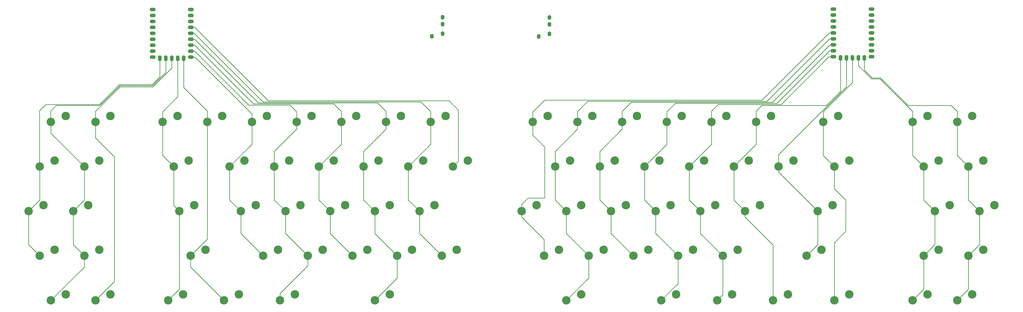
<source format=gbr>
G04 #@! TF.GenerationSoftware,KiCad,Pcbnew,8.0.1*
G04 #@! TF.CreationDate,2024-04-01T00:03:47+00:00*
G04 #@! TF.ProjectId,SplitSync,53706c69-7453-4796-9e63-2e6b69636164,rev?*
G04 #@! TF.SameCoordinates,Original*
G04 #@! TF.FileFunction,Copper,L1,Top*
G04 #@! TF.FilePolarity,Positive*
%FSLAX46Y46*%
G04 Gerber Fmt 4.6, Leading zero omitted, Abs format (unit mm)*
G04 Created by KiCad (PCBNEW 8.0.1) date 2024-04-01 00:03:47*
%MOMM*%
%LPD*%
G01*
G04 APERTURE LIST*
G04 #@! TA.AperFunction,ComponentPad*
%ADD10C,3.600000*%
G04 #@! TD*
G04 #@! TA.AperFunction,ComponentPad*
%ADD11O,1.600000X2.000000*%
G04 #@! TD*
G04 #@! TA.AperFunction,ComponentPad*
%ADD12O,2.500000X1.500000*%
G04 #@! TD*
G04 #@! TA.AperFunction,ComponentPad*
%ADD13O,1.500000X2.500000*%
G04 #@! TD*
G04 #@! TA.AperFunction,Conductor*
%ADD14C,0.250000*%
G04 #@! TD*
G04 APERTURE END LIST*
D10*
X427706250Y-152300000D03*
X434056250Y-149760000D03*
X438818750Y-225960000D03*
X432468750Y-228500000D03*
X412625000Y-225960000D03*
X406275000Y-228500000D03*
X388812500Y-225960000D03*
X382462500Y-228500000D03*
X365000000Y-225960000D03*
X358650000Y-228500000D03*
X324518750Y-225960000D03*
X318168750Y-228500000D03*
X242856500Y-225960000D03*
X236506500Y-228500000D03*
X202375250Y-225960000D03*
X196025250Y-228500000D03*
X178562750Y-225960000D03*
X172212750Y-228500000D03*
X154750250Y-225960000D03*
X148400250Y-228500000D03*
X426912500Y-206910000D03*
X420562500Y-209450000D03*
X164275250Y-206910000D03*
X157925250Y-209450000D03*
X431675000Y-187860000D03*
X425325000Y-190400000D03*
X159512750Y-187860000D03*
X153162750Y-190400000D03*
X438818750Y-168810000D03*
X432468750Y-171350000D03*
X157131500Y-168810000D03*
X150781500Y-171350000D03*
X491206250Y-225960000D03*
X484856250Y-228500000D03*
X472156250Y-225960000D03*
X465806250Y-228500000D03*
X123794000Y-225960000D03*
X117444000Y-228500000D03*
X104744000Y-225960000D03*
X98394000Y-228500000D03*
X495968750Y-206910000D03*
X489618750Y-209450000D03*
X476918750Y-206910000D03*
X470568750Y-209450000D03*
X391193750Y-206910000D03*
X384843750Y-209450000D03*
X372143750Y-206910000D03*
X365793750Y-209450000D03*
X353093750Y-206910000D03*
X346743750Y-209450000D03*
X334043750Y-206910000D03*
X327693750Y-209450000D03*
X314993750Y-206910000D03*
X308643750Y-209450000D03*
X271431500Y-206910000D03*
X265081500Y-209450000D03*
X252381500Y-206910000D03*
X246031500Y-209450000D03*
X233331500Y-206910000D03*
X226981500Y-209450000D03*
X214281500Y-206910000D03*
X207931500Y-209450000D03*
X195231500Y-206910000D03*
X188881500Y-209450000D03*
X119031500Y-206910000D03*
X112681500Y-209450000D03*
X99981500Y-206910000D03*
X93631500Y-209450000D03*
X500731250Y-187860000D03*
X494381250Y-190400000D03*
X481681250Y-187860000D03*
X475331250Y-190400000D03*
X400718750Y-187860000D03*
X394368750Y-190400000D03*
X381668750Y-187860000D03*
X375318750Y-190400000D03*
X362618750Y-187860000D03*
X356268750Y-190400000D03*
X343568750Y-187860000D03*
X337218750Y-190400000D03*
X324518750Y-187860000D03*
X318168750Y-190400000D03*
X305468750Y-187860000D03*
X299118750Y-190400000D03*
X261906500Y-187860000D03*
X255556500Y-190400000D03*
X242856500Y-187860000D03*
X236506500Y-190400000D03*
X223806500Y-187860000D03*
X217456500Y-190400000D03*
X204756500Y-187860000D03*
X198406500Y-190400000D03*
X185706500Y-187860000D03*
X179356500Y-190400000D03*
X114269000Y-187860000D03*
X107919000Y-190400000D03*
X95219000Y-187860000D03*
X88869000Y-190400000D03*
X495968750Y-168810000D03*
X489618750Y-171350000D03*
X476918750Y-168810000D03*
X470568750Y-171350000D03*
X415006250Y-168810000D03*
X408656250Y-171350000D03*
X395956250Y-168810000D03*
X389606250Y-171350000D03*
X376906250Y-168810000D03*
X370556250Y-171350000D03*
X357856250Y-168810000D03*
X351506250Y-171350000D03*
X338806250Y-168810000D03*
X332456250Y-171350000D03*
X319756250Y-168810000D03*
X313406250Y-171350000D03*
X276194000Y-168810000D03*
X269844000Y-171350000D03*
X257144000Y-168810000D03*
X250794000Y-171350000D03*
X238094000Y-168810000D03*
X231744000Y-171350000D03*
X219044000Y-168810000D03*
X212694000Y-171350000D03*
X199994000Y-168810000D03*
X193644000Y-171350000D03*
X180944000Y-168810000D03*
X174594000Y-171350000D03*
X119031500Y-168810000D03*
X112681500Y-171350000D03*
X99981500Y-168810000D03*
X93631500Y-171350000D03*
X491206250Y-149760000D03*
X484856250Y-152300000D03*
X472156250Y-149760000D03*
X465806250Y-152300000D03*
X405481250Y-149760000D03*
X399131250Y-152300000D03*
X386431250Y-149760000D03*
X380081250Y-152300000D03*
X367381250Y-149760000D03*
X361031250Y-152300000D03*
X348331250Y-149760000D03*
X341981250Y-152300000D03*
X329281250Y-149760000D03*
X322931250Y-152300000D03*
X310231250Y-149760000D03*
X303881250Y-152300000D03*
X266669000Y-149760000D03*
X260319000Y-152300000D03*
X247619000Y-149760000D03*
X241269000Y-152300000D03*
X228569000Y-149760000D03*
X222219000Y-152300000D03*
X209519000Y-149760000D03*
X203169000Y-152300000D03*
X190469000Y-149760000D03*
X184119000Y-152300000D03*
X171419000Y-149760000D03*
X165069000Y-152300000D03*
X152369000Y-149760000D03*
X146019000Y-152300000D03*
X123794000Y-149760000D03*
X117444000Y-152300000D03*
X104744000Y-149760000D03*
X98394000Y-152300000D03*
D11*
X310976938Y-107652500D03*
X310976938Y-110652500D03*
X310976938Y-114652500D03*
X306376938Y-115752500D03*
X265417446Y-107565000D03*
X265417446Y-110565000D03*
X265417446Y-114565000D03*
X260817446Y-115665000D03*
D12*
X432032696Y-104131069D03*
X432032696Y-106671069D03*
X432032696Y-109211069D03*
X432032696Y-111751069D03*
X432032696Y-114291069D03*
X432032696Y-116831069D03*
X432032696Y-119371069D03*
X432032696Y-121911069D03*
X432032696Y-124451069D03*
D13*
X435072696Y-124951069D03*
X437612696Y-124951069D03*
X440152696Y-124951069D03*
X442692696Y-124951069D03*
X445232696Y-124951069D03*
D12*
X448272696Y-124451069D03*
X448272696Y-121911069D03*
X448272696Y-119371069D03*
X448272696Y-116831069D03*
X448272696Y-114291069D03*
X448272696Y-111751069D03*
X448272696Y-109211069D03*
X448272696Y-106671069D03*
X448272696Y-104131069D03*
X158049000Y-104291069D03*
X158049000Y-106831069D03*
X158049000Y-109371069D03*
X158049000Y-111911069D03*
X158049000Y-114451069D03*
X158049000Y-116991069D03*
X158049000Y-119531069D03*
X158049000Y-122071069D03*
X158049000Y-124611069D03*
D13*
X155009000Y-125111069D03*
X152469000Y-125111069D03*
X149929000Y-125111069D03*
X147389000Y-125111069D03*
X144849000Y-125111069D03*
D12*
X141809000Y-124611069D03*
X141809000Y-122071069D03*
X141809000Y-119531069D03*
X141809000Y-116991069D03*
X141809000Y-114451069D03*
X141809000Y-111911069D03*
X141809000Y-109371069D03*
X141809000Y-106831069D03*
X141809000Y-104291069D03*
D14*
X380081250Y-147662515D02*
X382942696Y-144801069D01*
X222219000Y-147777373D02*
X219042696Y-144601069D01*
X203169000Y-147927373D02*
X200292696Y-145051069D01*
X399131250Y-147612515D02*
X401492696Y-145251069D01*
X93492696Y-147451069D02*
X96142696Y-144801069D01*
X98292696Y-147651069D02*
X100692696Y-145251069D01*
X484856250Y-147814623D02*
X482292696Y-145251069D01*
X452129092Y-133451069D02*
X448510894Y-133451069D01*
X451942696Y-133901069D02*
X448324498Y-133901069D01*
X394368750Y-190400000D02*
X394368750Y-192945584D01*
X299118750Y-190400000D02*
X299118750Y-192945584D01*
X203169000Y-152300000D02*
X203169000Y-155337767D01*
X150781500Y-188018750D02*
X153162750Y-190400000D01*
X432468750Y-203887500D02*
X432468750Y-228500000D01*
X437316250Y-185640000D02*
X437316250Y-199040000D01*
X432468750Y-180792500D02*
X437316250Y-185640000D01*
X432468750Y-171350000D02*
X432468750Y-180792500D01*
X437316250Y-199040000D02*
X432468750Y-203887500D01*
X430432696Y-121911069D02*
X432532696Y-121911069D01*
X364592696Y-144351069D02*
X407992696Y-144351069D01*
X361031250Y-147912515D02*
X364592696Y-144351069D01*
X361031250Y-152300000D02*
X361031250Y-147912515D01*
X407992696Y-144351069D02*
X430432696Y-121911069D01*
X430572696Y-119371069D02*
X432532696Y-119371069D01*
X345842696Y-143901069D02*
X406042696Y-143901069D01*
X406042696Y-143901069D02*
X430572696Y-119371069D01*
X341981250Y-147762515D02*
X345842696Y-143901069D01*
X341981250Y-152300000D02*
X341981250Y-147762515D01*
X403692696Y-143451069D02*
X430312696Y-116831069D01*
X430312696Y-116831069D02*
X432532696Y-116831069D01*
X322931250Y-147812515D02*
X327292696Y-143451069D01*
X322931250Y-152300000D02*
X322931250Y-147812515D01*
X327292696Y-143451069D02*
X403692696Y-143451069D01*
X430252696Y-114291069D02*
X432532696Y-114291069D01*
X401542696Y-143001069D02*
X430252696Y-114291069D01*
X308942696Y-143001069D02*
X401542696Y-143001069D01*
X303881250Y-148062515D02*
X308942696Y-143001069D01*
X303881250Y-152300000D02*
X303881250Y-148062515D01*
X430092696Y-124451069D02*
X432532696Y-124451069D01*
X409742696Y-144801069D02*
X430092696Y-124451069D01*
X382942696Y-144801069D02*
X409742696Y-144801069D01*
X380081250Y-152300000D02*
X380081250Y-147662515D01*
X191092696Y-143251069D02*
X159752696Y-111911069D01*
X268092696Y-143251069D02*
X191092696Y-143251069D01*
X272092696Y-169101304D02*
X272092696Y-147251069D01*
X272092696Y-147251069D02*
X268092696Y-143251069D01*
X269844000Y-171350000D02*
X272092696Y-169101304D01*
X159752696Y-111911069D02*
X157549000Y-111911069D01*
X159492696Y-114451069D02*
X157549000Y-114451069D01*
X188742696Y-143701069D02*
X159492696Y-114451069D01*
X256142696Y-143701069D02*
X188742696Y-143701069D01*
X260319000Y-152300000D02*
X260319000Y-147877373D01*
X260319000Y-147877373D02*
X256142696Y-143701069D01*
X159632696Y-116991069D02*
X157549000Y-116991069D01*
X237592696Y-144151069D02*
X186792696Y-144151069D01*
X186792696Y-144151069D02*
X159632696Y-116991069D01*
X241269000Y-147827373D02*
X237592696Y-144151069D01*
X241269000Y-152300000D02*
X241269000Y-147827373D01*
X159772696Y-119531069D02*
X157549000Y-119531069D01*
X184842696Y-144601069D02*
X159772696Y-119531069D01*
X219042696Y-144601069D02*
X184842696Y-144601069D01*
X222219000Y-152300000D02*
X222219000Y-147777373D01*
X159852696Y-124611069D02*
X157549000Y-124611069D01*
X184119000Y-148877373D02*
X159852696Y-124611069D01*
X184119000Y-152300000D02*
X184119000Y-148877373D01*
X159712696Y-122071069D02*
X157549000Y-122071069D01*
X182692696Y-145051069D02*
X159712696Y-122071069D01*
X203169000Y-152300000D02*
X203169000Y-147927373D01*
X200292696Y-145051069D02*
X182692696Y-145051069D01*
X401492696Y-145251069D02*
X429019904Y-145251069D01*
X429019904Y-145251069D02*
X435072696Y-139198277D01*
X399131250Y-152300000D02*
X399131250Y-147612515D01*
X435072696Y-139198277D02*
X435072696Y-124451069D01*
X437612696Y-137294673D02*
X437612696Y-124451069D01*
X408656250Y-166251119D02*
X437612696Y-137294673D01*
X408656250Y-171350000D02*
X408656250Y-166251119D01*
X427706250Y-147837515D02*
X440152696Y-135391069D01*
X440152696Y-135391069D02*
X440152696Y-124451069D01*
X427706250Y-152300000D02*
X427706250Y-147837515D01*
X144849000Y-133021973D02*
X144849000Y-124611069D01*
X127519904Y-136351069D02*
X141519904Y-136351069D01*
X96142696Y-144801069D02*
X119069904Y-144801069D01*
X119069904Y-144801069D02*
X127519904Y-136351069D01*
X93492696Y-171211196D02*
X93492696Y-147451069D01*
X141519904Y-136351069D02*
X144849000Y-133021973D01*
X147389000Y-131118369D02*
X147389000Y-124611069D01*
X141706300Y-136801069D02*
X147389000Y-131118369D01*
X119256300Y-145251069D02*
X127706300Y-136801069D01*
X127706300Y-136801069D02*
X141706300Y-136801069D01*
X100692696Y-145251069D02*
X119256300Y-145251069D01*
X98292696Y-152198696D02*
X98292696Y-147651069D01*
X445232696Y-130172871D02*
X445232696Y-124451069D01*
X463929092Y-145251069D02*
X452129092Y-133451069D01*
X448510894Y-133451069D02*
X445232696Y-130172871D01*
X484856250Y-152300000D02*
X484856250Y-147814623D01*
X482292696Y-145251069D02*
X463929092Y-145251069D01*
X442692696Y-128269267D02*
X442692696Y-124451069D01*
X465806250Y-147764623D02*
X451942696Y-133901069D01*
X448324498Y-133901069D02*
X442692696Y-128269267D01*
X465806250Y-152300000D02*
X465806250Y-147764623D01*
X149892696Y-129251069D02*
X149892696Y-124647373D01*
X117444000Y-147699765D02*
X127892696Y-137251069D01*
X127892696Y-137251069D02*
X141892696Y-137251069D01*
X141892696Y-137251069D02*
X149892696Y-129251069D01*
X117444000Y-152300000D02*
X117444000Y-147699765D01*
X146019000Y-152300000D02*
X146019000Y-147924765D01*
X146019000Y-147924765D02*
X152469000Y-141474765D01*
X152469000Y-141474765D02*
X152469000Y-124611069D01*
X155009000Y-137567373D02*
X155009000Y-124611069D01*
X165069000Y-147627373D02*
X155009000Y-137567373D01*
X165069000Y-152300000D02*
X165069000Y-147627373D01*
X308892696Y-184765000D02*
X301879000Y-184765000D01*
X303881250Y-152300000D02*
X303881250Y-157967250D01*
X303881250Y-157967250D02*
X308892696Y-162978696D01*
X308892696Y-162978696D02*
X308892696Y-184765000D01*
X301879000Y-184765000D02*
X299118750Y-187525250D01*
X299118750Y-187525250D02*
X299118750Y-190400000D01*
X125479000Y-220465000D02*
X117444000Y-228500000D01*
X125479000Y-167165000D02*
X125479000Y-220465000D01*
X117444000Y-159130000D02*
X125479000Y-167165000D01*
X117444000Y-152300000D02*
X117444000Y-159130000D01*
X196025250Y-225618750D02*
X196025250Y-228500000D01*
X207931500Y-213712500D02*
X196025250Y-225618750D01*
X207931500Y-209450000D02*
X207931500Y-213712500D01*
X489618750Y-223737500D02*
X484856250Y-228500000D01*
X489618750Y-209450000D02*
X489618750Y-223737500D01*
X494381250Y-190400000D02*
X494381250Y-204687500D01*
X494381250Y-204687500D02*
X489618750Y-209450000D01*
X489618750Y-185637500D02*
X494381250Y-190400000D01*
X489618750Y-171350000D02*
X489618750Y-185637500D01*
X484856250Y-166587500D02*
X489618750Y-171350000D01*
X484856250Y-152300000D02*
X484856250Y-166587500D01*
X470568750Y-223737500D02*
X465806250Y-228500000D01*
X470568750Y-209450000D02*
X470568750Y-223737500D01*
X475311250Y-190420000D02*
X475311250Y-204707500D01*
X475311250Y-204707500D02*
X470568750Y-209450000D01*
X470568750Y-185637500D02*
X475331250Y-190400000D01*
X470568750Y-171350000D02*
X470568750Y-185637500D01*
X465806250Y-166587500D02*
X470568750Y-171350000D01*
X465806250Y-152300000D02*
X465806250Y-166587500D01*
X427706250Y-152300000D02*
X427706250Y-166587500D01*
X427706250Y-166587500D02*
X432468750Y-171350000D01*
X425325000Y-190400000D02*
X425325000Y-204687500D01*
X425325000Y-204687500D02*
X420562500Y-209450000D01*
X408656250Y-173731250D02*
X425325000Y-190400000D01*
X408656250Y-171350000D02*
X408656250Y-173731250D01*
X406275000Y-204851834D02*
X406275000Y-228500000D01*
X394368750Y-192945584D02*
X406275000Y-204851834D01*
X389606250Y-185637500D02*
X394368750Y-190400000D01*
X389606250Y-171350000D02*
X389606250Y-185637500D01*
X399131250Y-161825000D02*
X389606250Y-171350000D01*
X399131250Y-152300000D02*
X399131250Y-161825000D01*
X384843750Y-209450000D02*
X384843750Y-226118750D01*
X384843750Y-226118750D02*
X382462500Y-228500000D01*
X375318750Y-199925000D02*
X384843750Y-209450000D01*
X375318750Y-190400000D02*
X375318750Y-199925000D01*
X370556250Y-185637500D02*
X375318750Y-190400000D01*
X370556250Y-171350000D02*
X370556250Y-185637500D01*
X380081250Y-161825000D02*
X370556250Y-171350000D01*
X380081250Y-152300000D02*
X380081250Y-161825000D01*
X365793750Y-209450000D02*
X365793750Y-221356250D01*
X365793750Y-221356250D02*
X358650000Y-228500000D01*
X356268750Y-199925000D02*
X365793750Y-209450000D01*
X356268750Y-190400000D02*
X356268750Y-199925000D01*
X351506250Y-185637500D02*
X356268750Y-190400000D01*
X351506250Y-171350000D02*
X351506250Y-185637500D01*
X361031250Y-161825000D02*
X351506250Y-171350000D01*
X361031250Y-152300000D02*
X361031250Y-161825000D01*
X337218750Y-199925000D02*
X346743750Y-209450000D01*
X337218750Y-190400000D02*
X337218750Y-199925000D01*
X332456250Y-185637500D02*
X337218750Y-190400000D01*
X332456250Y-171350000D02*
X332456250Y-185637500D01*
X332456250Y-164862767D02*
X332456250Y-171350000D01*
X341981250Y-155337767D02*
X332456250Y-164862767D01*
X341981250Y-152300000D02*
X341981250Y-155337767D01*
X327693750Y-218975000D02*
X318168750Y-228500000D01*
X327693750Y-209450000D02*
X327693750Y-218975000D01*
X318168750Y-199925000D02*
X327693750Y-209450000D01*
X318168750Y-190400000D02*
X318168750Y-199925000D01*
X313406250Y-185637500D02*
X318168750Y-190400000D01*
X313406250Y-171350000D02*
X313406250Y-185637500D01*
X313406250Y-164862767D02*
X313406250Y-171350000D01*
X322931250Y-155337767D02*
X313406250Y-164862767D01*
X322931250Y-152300000D02*
X322931250Y-155337767D01*
X299118750Y-192945584D02*
X308643750Y-202470584D01*
X308643750Y-202470584D02*
X308643750Y-209450000D01*
X255556500Y-199925000D02*
X265081500Y-209450000D01*
X255556500Y-190400000D02*
X255556500Y-199925000D01*
X250794000Y-185637500D02*
X255556500Y-190400000D01*
X250794000Y-171350000D02*
X250794000Y-185637500D01*
X260319000Y-161825000D02*
X250794000Y-171350000D01*
X260319000Y-152300000D02*
X260319000Y-161825000D01*
X246031500Y-218975000D02*
X236506500Y-228500000D01*
X246031500Y-209450000D02*
X246031500Y-218975000D01*
X236506500Y-199925000D02*
X246031500Y-209450000D01*
X236506500Y-190400000D02*
X236506500Y-199925000D01*
X231744000Y-185637500D02*
X236506500Y-190400000D01*
X231744000Y-171350000D02*
X231744000Y-185637500D01*
X231744000Y-164862767D02*
X231744000Y-171350000D01*
X241269000Y-155337767D02*
X231744000Y-164862767D01*
X241269000Y-152300000D02*
X241269000Y-155337767D01*
X217456500Y-199925000D02*
X226981500Y-209450000D01*
X217456500Y-190400000D02*
X217456500Y-199925000D01*
X212694000Y-185637500D02*
X217456500Y-190400000D01*
X212694000Y-171350000D02*
X212694000Y-185637500D01*
X222219000Y-161825000D02*
X212694000Y-171350000D01*
X222219000Y-152300000D02*
X222219000Y-161825000D01*
X198406500Y-199925000D02*
X207931500Y-209450000D01*
X198406500Y-190400000D02*
X198406500Y-199925000D01*
X193644000Y-185637500D02*
X198406500Y-190400000D01*
X193644000Y-171350000D02*
X193644000Y-185637500D01*
X193644000Y-164862767D02*
X193644000Y-171350000D01*
X203169000Y-155337767D02*
X193644000Y-164862767D01*
X179356500Y-199925000D02*
X188881500Y-209450000D01*
X179356500Y-190400000D02*
X179356500Y-199925000D01*
X174594000Y-185637500D02*
X179356500Y-190400000D01*
X174594000Y-171350000D02*
X174594000Y-185637500D01*
X184119000Y-161825000D02*
X174594000Y-171350000D01*
X184119000Y-152300000D02*
X184119000Y-161825000D01*
X157925250Y-214212500D02*
X172212750Y-228500000D01*
X157925250Y-209450000D02*
X157925250Y-214212500D01*
X165069000Y-202306250D02*
X157925250Y-209450000D01*
X165069000Y-152300000D02*
X165069000Y-202306250D01*
X153162750Y-223737500D02*
X148400250Y-228500000D01*
X153162750Y-190400000D02*
X153162750Y-223737500D01*
X150781500Y-171350000D02*
X150781500Y-188018750D01*
X145999000Y-152320000D02*
X145999000Y-166567500D01*
X145999000Y-166567500D02*
X150781500Y-171350000D01*
X88869000Y-204687500D02*
X93631500Y-209450000D01*
X88869000Y-190400000D02*
X88869000Y-204687500D01*
X93631500Y-171350000D02*
X93631500Y-185637500D01*
X93631500Y-185637500D02*
X88869000Y-190400000D01*
X112681500Y-214212500D02*
X98394000Y-228500000D01*
X112681500Y-209450000D02*
X112681500Y-214212500D01*
X107919000Y-204687500D02*
X112681500Y-209450000D01*
X107919000Y-190400000D02*
X107919000Y-204687500D01*
X112681500Y-185637500D02*
X107919000Y-190400000D01*
X112681500Y-171350000D02*
X112681500Y-185637500D01*
X98394000Y-157062500D02*
X112681500Y-171350000D01*
X98394000Y-152300000D02*
X98394000Y-157062500D01*
M02*

</source>
